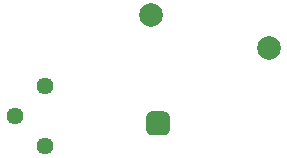
<source format=gbr>
%TF.GenerationSoftware,KiCad,Pcbnew,(2017-08-30 revision 50164e996)-master*%
%TF.CreationDate,2017-09-20T12:12:51+02:00*%
%TF.ProjectId,antispark,616E7469737061726B2E6B696361645F,rev?*%
%TF.SameCoordinates,Original*%
%TF.FileFunction,Soldermask,Bot*%
%TF.FilePolarity,Negative*%
%FSLAX46Y46*%
G04 Gerber Fmt 4.6, Leading zero omitted, Abs format (unit mm)*
G04 Created by KiCad (PCBNEW (2017-08-30 revision 50164e996)-master) date Wed Sep 20 12:12:51 2017*
%MOMM*%
%LPD*%
G01*
G04 APERTURE LIST*
%ADD10C,0.100000*%
%ADD11C,1.998980*%
%ADD12C,2.000000*%
%ADD13C,1.440000*%
G04 APERTURE END LIST*
D10*
%TO.C,REF\002A\002A*%
G36*
X152440729Y-90442916D02*
X152489240Y-90450112D01*
X152536813Y-90462029D01*
X152582989Y-90478551D01*
X152627323Y-90499519D01*
X152669388Y-90524732D01*
X152708780Y-90553947D01*
X152745118Y-90586882D01*
X152778053Y-90623220D01*
X152807268Y-90662612D01*
X152832481Y-90704677D01*
X152853449Y-90749011D01*
X152869971Y-90795187D01*
X152881888Y-90842760D01*
X152889084Y-90891271D01*
X152891490Y-90940255D01*
X152891490Y-91939745D01*
X152889084Y-91988729D01*
X152881888Y-92037240D01*
X152869971Y-92084813D01*
X152853449Y-92130989D01*
X152832481Y-92175323D01*
X152807268Y-92217388D01*
X152778053Y-92256780D01*
X152745118Y-92293118D01*
X152708780Y-92326053D01*
X152669388Y-92355268D01*
X152627323Y-92380481D01*
X152582989Y-92401449D01*
X152536813Y-92417971D01*
X152489240Y-92429888D01*
X152440729Y-92437084D01*
X152391745Y-92439490D01*
X151392255Y-92439490D01*
X151343271Y-92437084D01*
X151294760Y-92429888D01*
X151247187Y-92417971D01*
X151201011Y-92401449D01*
X151156677Y-92380481D01*
X151114612Y-92355268D01*
X151075220Y-92326053D01*
X151038882Y-92293118D01*
X151005947Y-92256780D01*
X150976732Y-92217388D01*
X150951519Y-92175323D01*
X150930551Y-92130989D01*
X150914029Y-92084813D01*
X150902112Y-92037240D01*
X150894916Y-91988729D01*
X150892510Y-91939745D01*
X150892510Y-90940255D01*
X150894916Y-90891271D01*
X150902112Y-90842760D01*
X150914029Y-90795187D01*
X150930551Y-90749011D01*
X150951519Y-90704677D01*
X150976732Y-90662612D01*
X151005947Y-90623220D01*
X151038882Y-90586882D01*
X151075220Y-90553947D01*
X151114612Y-90524732D01*
X151156677Y-90499519D01*
X151201011Y-90478551D01*
X151247187Y-90462029D01*
X151294760Y-90450112D01*
X151343271Y-90442916D01*
X151392255Y-90440510D01*
X152391745Y-90440510D01*
X152440729Y-90442916D01*
X152440729Y-90442916D01*
G37*
D11*
X151892000Y-91440000D03*
%TD*%
D12*
%TO.C,RV1*%
X161290000Y-85090000D03*
X151290000Y-82290000D03*
%TD*%
D13*
%TO.C,RV2*%
X142367000Y-88265000D03*
X139827000Y-90805000D03*
X142367000Y-93345000D03*
%TD*%
M02*

</source>
